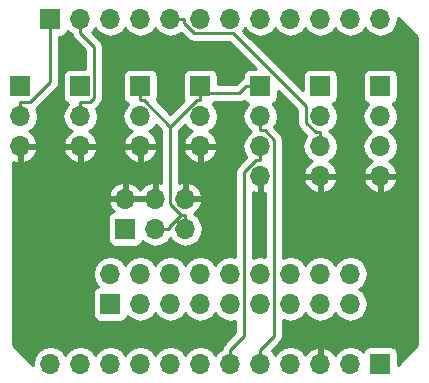
<source format=gbl>
G04 #@! TF.FileFunction,Copper,L2,Bot,Signal*
%FSLAX46Y46*%
G04 Gerber Fmt 4.6, Leading zero omitted, Abs format (unit mm)*
G04 Created by KiCad (PCBNEW 4.0.7-e2-6376~60~ubuntu17.10.1) date Wed Nov 29 12:47:57 2017*
%MOMM*%
%LPD*%
G01*
G04 APERTURE LIST*
%ADD10C,0.100000*%
%ADD11R,1.700000X1.700000*%
%ADD12O,1.700000X1.700000*%
%ADD13C,0.250000*%
%ADD14C,0.254000*%
G04 APERTURE END LIST*
D10*
D11*
X148590000Y-91440000D03*
D12*
X151130000Y-91440000D03*
X153670000Y-91440000D03*
X156210000Y-91440000D03*
X158750000Y-91440000D03*
X161290000Y-91440000D03*
X163830000Y-91440000D03*
X166370000Y-91440000D03*
X168910000Y-91440000D03*
X171450000Y-91440000D03*
X173990000Y-91440000D03*
X176530000Y-91440000D03*
D11*
X176530000Y-120650000D03*
D12*
X173990000Y-120650000D03*
X171450000Y-120650000D03*
X168910000Y-120650000D03*
X166370000Y-120650000D03*
X163830000Y-120650000D03*
X161290000Y-120650000D03*
X158750000Y-120650000D03*
X156210000Y-120650000D03*
X153670000Y-120650000D03*
X151130000Y-120650000D03*
X148590000Y-120650000D03*
D11*
X176530000Y-97155000D03*
D12*
X176530000Y-99695000D03*
X176530000Y-102235000D03*
X176530000Y-104775000D03*
D11*
X161290000Y-97155000D03*
D12*
X161290000Y-99695000D03*
X161290000Y-102235000D03*
D11*
X156210000Y-97155000D03*
D12*
X156210000Y-99695000D03*
X156210000Y-102235000D03*
D11*
X171450000Y-97155000D03*
D12*
X171450000Y-99695000D03*
X171450000Y-102235000D03*
X171450000Y-104775000D03*
D11*
X166370000Y-97155000D03*
D12*
X166370000Y-99695000D03*
X166370000Y-102235000D03*
X166370000Y-104775000D03*
D11*
X146050000Y-97155000D03*
D12*
X146050000Y-99695000D03*
X146050000Y-102235000D03*
D11*
X151130000Y-97155000D03*
D12*
X151130000Y-99695000D03*
X151130000Y-102235000D03*
D11*
X154940000Y-109220000D03*
D12*
X154940000Y-106680000D03*
X157480000Y-109220000D03*
X157480000Y-106680000D03*
X160020000Y-109220000D03*
X160020000Y-106680000D03*
D11*
X153670000Y-115570000D03*
D12*
X153670000Y-113030000D03*
X156210000Y-115570000D03*
X156210000Y-113030000D03*
X158750000Y-115570000D03*
X158750000Y-113030000D03*
X161290000Y-115570000D03*
X161290000Y-113030000D03*
X163830000Y-115570000D03*
X163830000Y-113030000D03*
X166370000Y-115570000D03*
X166370000Y-113030000D03*
X168910000Y-115570000D03*
X168910000Y-113030000D03*
X171450000Y-115570000D03*
X171450000Y-113030000D03*
X173990000Y-115570000D03*
X173990000Y-113030000D03*
D13*
X160020000Y-109220000D02*
X160020000Y-108044700D01*
X156210000Y-97155000D02*
X156210000Y-98330300D01*
X156507600Y-98330300D02*
X156210000Y-98330300D01*
X158750000Y-100572700D02*
X156507600Y-98330300D01*
X160992400Y-98330300D02*
X161290000Y-98330300D01*
X158750000Y-100572700D02*
X160992400Y-98330300D01*
X161290000Y-97155000D02*
X161290000Y-97742600D01*
X161290000Y-97742600D02*
X161290000Y-98330300D01*
X164607100Y-97742600D02*
X165194700Y-97155000D01*
X161290000Y-97742600D02*
X164607100Y-97742600D01*
X166370000Y-97155000D02*
X165194700Y-97155000D01*
X157480000Y-109220000D02*
X158655300Y-109220000D01*
X158655300Y-109042000D02*
X158655300Y-109220000D01*
X159652600Y-108044700D02*
X158655300Y-109042000D01*
X160020000Y-108044700D02*
X159652600Y-108044700D01*
X158750000Y-107142100D02*
X158750000Y-100572700D01*
X159652600Y-108044700D02*
X158750000Y-107142100D01*
X152305300Y-93790600D02*
X151130000Y-92615300D01*
X152305300Y-98152400D02*
X152305300Y-93790600D01*
X151938000Y-98519700D02*
X152305300Y-98152400D01*
X151130000Y-98519700D02*
X151938000Y-98519700D01*
X151130000Y-99695000D02*
X151130000Y-98519700D01*
X151130000Y-91440000D02*
X151130000Y-92615300D01*
X148590000Y-96787700D02*
X148590000Y-91440000D01*
X146858000Y-98519700D02*
X148590000Y-96787700D01*
X146050000Y-98519700D02*
X146858000Y-98519700D01*
X146050000Y-99695000D02*
X146050000Y-98519700D01*
X159925300Y-91807400D02*
X159925300Y-91440000D01*
X160733200Y-92615300D02*
X159925300Y-91807400D01*
X164038100Y-92615300D02*
X160733200Y-92615300D01*
X170274700Y-98851900D02*
X164038100Y-92615300D01*
X170274700Y-100251800D02*
X170274700Y-98851900D01*
X171082600Y-101059700D02*
X170274700Y-100251800D01*
X171450000Y-101059700D02*
X171082600Y-101059700D01*
X171450000Y-102235000D02*
X171450000Y-101059700D01*
X158750000Y-91440000D02*
X159925300Y-91440000D01*
X167545300Y-118299400D02*
X166370000Y-119474700D01*
X167545300Y-101678300D02*
X167545300Y-118299400D01*
X166737300Y-100870300D02*
X167545300Y-101678300D01*
X166370000Y-100870300D02*
X166737300Y-100870300D01*
X166370000Y-99695000D02*
X166370000Y-100870300D01*
X166370000Y-120650000D02*
X166370000Y-119474700D01*
X165005300Y-118299400D02*
X163830000Y-119474700D01*
X165005300Y-104407600D02*
X165005300Y-118299400D01*
X166002600Y-103410300D02*
X165005300Y-104407600D01*
X166370000Y-103410300D02*
X166002600Y-103410300D01*
X166370000Y-102235000D02*
X166370000Y-103410300D01*
X163830000Y-120650000D02*
X163830000Y-119474700D01*
D14*
G36*
X179655000Y-92993736D02*
X179655000Y-119096264D01*
X178027440Y-120723824D01*
X178027440Y-119800000D01*
X177983162Y-119564683D01*
X177844090Y-119348559D01*
X177631890Y-119203569D01*
X177380000Y-119152560D01*
X175680000Y-119152560D01*
X175444683Y-119196838D01*
X175228559Y-119335910D01*
X175083569Y-119548110D01*
X175069914Y-119615541D01*
X175040054Y-119570853D01*
X174558285Y-119248946D01*
X173990000Y-119135907D01*
X173421715Y-119248946D01*
X172939946Y-119570853D01*
X172712298Y-119911553D01*
X172645183Y-119768642D01*
X172216924Y-119378355D01*
X171806890Y-119208524D01*
X171577000Y-119329845D01*
X171577000Y-120523000D01*
X171597000Y-120523000D01*
X171597000Y-120777000D01*
X171577000Y-120777000D01*
X171577000Y-120797000D01*
X171323000Y-120797000D01*
X171323000Y-120777000D01*
X171303000Y-120777000D01*
X171303000Y-120523000D01*
X171323000Y-120523000D01*
X171323000Y-119329845D01*
X171093110Y-119208524D01*
X170683076Y-119378355D01*
X170254817Y-119768642D01*
X170187702Y-119911553D01*
X169960054Y-119570853D01*
X169478285Y-119248946D01*
X168910000Y-119135907D01*
X168341715Y-119248946D01*
X167859946Y-119570853D01*
X167640000Y-119900026D01*
X167420054Y-119570853D01*
X167377250Y-119542252D01*
X168082701Y-118836801D01*
X168247448Y-118590240D01*
X168305300Y-118299400D01*
X168305300Y-116946722D01*
X168341715Y-116971054D01*
X168910000Y-117084093D01*
X169478285Y-116971054D01*
X169960054Y-116649147D01*
X170180000Y-116319974D01*
X170399946Y-116649147D01*
X170881715Y-116971054D01*
X171450000Y-117084093D01*
X172018285Y-116971054D01*
X172500054Y-116649147D01*
X172720000Y-116319974D01*
X172939946Y-116649147D01*
X173421715Y-116971054D01*
X173990000Y-117084093D01*
X174558285Y-116971054D01*
X175040054Y-116649147D01*
X175361961Y-116167378D01*
X175475000Y-115599093D01*
X175475000Y-115540907D01*
X175361961Y-114972622D01*
X175040054Y-114490853D01*
X174754422Y-114300000D01*
X175040054Y-114109147D01*
X175361961Y-113627378D01*
X175475000Y-113059093D01*
X175475000Y-113000907D01*
X175361961Y-112432622D01*
X175040054Y-111950853D01*
X174558285Y-111628946D01*
X173990000Y-111515907D01*
X173421715Y-111628946D01*
X172939946Y-111950853D01*
X172720000Y-112280026D01*
X172500054Y-111950853D01*
X172018285Y-111628946D01*
X171450000Y-111515907D01*
X170881715Y-111628946D01*
X170399946Y-111950853D01*
X170180000Y-112280026D01*
X169960054Y-111950853D01*
X169478285Y-111628946D01*
X168910000Y-111515907D01*
X168341715Y-111628946D01*
X168305300Y-111653278D01*
X168305300Y-105131890D01*
X170008524Y-105131890D01*
X170178355Y-105541924D01*
X170568642Y-105970183D01*
X171093108Y-106216486D01*
X171323000Y-106095819D01*
X171323000Y-104902000D01*
X171577000Y-104902000D01*
X171577000Y-106095819D01*
X171806892Y-106216486D01*
X172331358Y-105970183D01*
X172721645Y-105541924D01*
X172891476Y-105131890D01*
X175088524Y-105131890D01*
X175258355Y-105541924D01*
X175648642Y-105970183D01*
X176173108Y-106216486D01*
X176403000Y-106095819D01*
X176403000Y-104902000D01*
X176657000Y-104902000D01*
X176657000Y-106095819D01*
X176886892Y-106216486D01*
X177411358Y-105970183D01*
X177801645Y-105541924D01*
X177971476Y-105131890D01*
X177850155Y-104902000D01*
X176657000Y-104902000D01*
X176403000Y-104902000D01*
X175209845Y-104902000D01*
X175088524Y-105131890D01*
X172891476Y-105131890D01*
X172770155Y-104902000D01*
X171577000Y-104902000D01*
X171323000Y-104902000D01*
X170129845Y-104902000D01*
X170008524Y-105131890D01*
X168305300Y-105131890D01*
X168305300Y-101678300D01*
X168247448Y-101387461D01*
X168082701Y-101140899D01*
X167544360Y-100602558D01*
X167771054Y-100263285D01*
X167884093Y-99695000D01*
X167771054Y-99126715D01*
X167449147Y-98644946D01*
X167407548Y-98617150D01*
X167455317Y-98608162D01*
X167671441Y-98469090D01*
X167816431Y-98256890D01*
X167867440Y-98005000D01*
X167867440Y-97519442D01*
X169514700Y-99166702D01*
X169514700Y-100251800D01*
X169572552Y-100542639D01*
X169737299Y-100789201D01*
X170275600Y-101327502D01*
X170048946Y-101666715D01*
X169935907Y-102235000D01*
X170048946Y-102803285D01*
X170370853Y-103285054D01*
X170711553Y-103512702D01*
X170568642Y-103579817D01*
X170178355Y-104008076D01*
X170008524Y-104418110D01*
X170129845Y-104648000D01*
X171323000Y-104648000D01*
X171323000Y-104628000D01*
X171577000Y-104628000D01*
X171577000Y-104648000D01*
X172770155Y-104648000D01*
X172891476Y-104418110D01*
X172721645Y-104008076D01*
X172331358Y-103579817D01*
X172188447Y-103512702D01*
X172529147Y-103285054D01*
X172851054Y-102803285D01*
X172964093Y-102235000D01*
X172851054Y-101666715D01*
X172529147Y-101184946D01*
X172199974Y-100965000D01*
X172529147Y-100745054D01*
X172851054Y-100263285D01*
X172964093Y-99695000D01*
X175015907Y-99695000D01*
X175128946Y-100263285D01*
X175450853Y-100745054D01*
X175780026Y-100965000D01*
X175450853Y-101184946D01*
X175128946Y-101666715D01*
X175015907Y-102235000D01*
X175128946Y-102803285D01*
X175450853Y-103285054D01*
X175791553Y-103512702D01*
X175648642Y-103579817D01*
X175258355Y-104008076D01*
X175088524Y-104418110D01*
X175209845Y-104648000D01*
X176403000Y-104648000D01*
X176403000Y-104628000D01*
X176657000Y-104628000D01*
X176657000Y-104648000D01*
X177850155Y-104648000D01*
X177971476Y-104418110D01*
X177801645Y-104008076D01*
X177411358Y-103579817D01*
X177268447Y-103512702D01*
X177609147Y-103285054D01*
X177931054Y-102803285D01*
X178044093Y-102235000D01*
X177931054Y-101666715D01*
X177609147Y-101184946D01*
X177279974Y-100965000D01*
X177609147Y-100745054D01*
X177931054Y-100263285D01*
X178044093Y-99695000D01*
X177931054Y-99126715D01*
X177609147Y-98644946D01*
X177567548Y-98617150D01*
X177615317Y-98608162D01*
X177831441Y-98469090D01*
X177976431Y-98256890D01*
X178027440Y-98005000D01*
X178027440Y-96305000D01*
X177983162Y-96069683D01*
X177844090Y-95853559D01*
X177631890Y-95708569D01*
X177380000Y-95657560D01*
X175680000Y-95657560D01*
X175444683Y-95701838D01*
X175228559Y-95840910D01*
X175083569Y-96053110D01*
X175032560Y-96305000D01*
X175032560Y-98005000D01*
X175076838Y-98240317D01*
X175215910Y-98456441D01*
X175428110Y-98601431D01*
X175495541Y-98615086D01*
X175450853Y-98644946D01*
X175128946Y-99126715D01*
X175015907Y-99695000D01*
X172964093Y-99695000D01*
X172851054Y-99126715D01*
X172529147Y-98644946D01*
X172487548Y-98617150D01*
X172535317Y-98608162D01*
X172751441Y-98469090D01*
X172896431Y-98256890D01*
X172947440Y-98005000D01*
X172947440Y-96305000D01*
X172903162Y-96069683D01*
X172764090Y-95853559D01*
X172551890Y-95708569D01*
X172300000Y-95657560D01*
X170600000Y-95657560D01*
X170364683Y-95701838D01*
X170148559Y-95840910D01*
X170003569Y-96053110D01*
X169952560Y-96305000D01*
X169952560Y-97454958D01*
X164934806Y-92437204D01*
X165100000Y-92189974D01*
X165319946Y-92519147D01*
X165801715Y-92841054D01*
X166370000Y-92954093D01*
X166938285Y-92841054D01*
X167420054Y-92519147D01*
X167640000Y-92189974D01*
X167859946Y-92519147D01*
X168341715Y-92841054D01*
X168910000Y-92954093D01*
X169478285Y-92841054D01*
X169960054Y-92519147D01*
X170180000Y-92189974D01*
X170399946Y-92519147D01*
X170881715Y-92841054D01*
X171450000Y-92954093D01*
X172018285Y-92841054D01*
X172500054Y-92519147D01*
X172720000Y-92189974D01*
X172939946Y-92519147D01*
X173421715Y-92841054D01*
X173990000Y-92954093D01*
X174558285Y-92841054D01*
X175040054Y-92519147D01*
X175260000Y-92189974D01*
X175479946Y-92519147D01*
X175961715Y-92841054D01*
X176530000Y-92954093D01*
X177098285Y-92841054D01*
X177580054Y-92519147D01*
X177901961Y-92037378D01*
X178015000Y-91469093D01*
X178015000Y-91410907D01*
X178000804Y-91339540D01*
X179655000Y-92993736D01*
X179655000Y-92993736D01*
G37*
X179655000Y-92993736D02*
X179655000Y-119096264D01*
X178027440Y-120723824D01*
X178027440Y-119800000D01*
X177983162Y-119564683D01*
X177844090Y-119348559D01*
X177631890Y-119203569D01*
X177380000Y-119152560D01*
X175680000Y-119152560D01*
X175444683Y-119196838D01*
X175228559Y-119335910D01*
X175083569Y-119548110D01*
X175069914Y-119615541D01*
X175040054Y-119570853D01*
X174558285Y-119248946D01*
X173990000Y-119135907D01*
X173421715Y-119248946D01*
X172939946Y-119570853D01*
X172712298Y-119911553D01*
X172645183Y-119768642D01*
X172216924Y-119378355D01*
X171806890Y-119208524D01*
X171577000Y-119329845D01*
X171577000Y-120523000D01*
X171597000Y-120523000D01*
X171597000Y-120777000D01*
X171577000Y-120777000D01*
X171577000Y-120797000D01*
X171323000Y-120797000D01*
X171323000Y-120777000D01*
X171303000Y-120777000D01*
X171303000Y-120523000D01*
X171323000Y-120523000D01*
X171323000Y-119329845D01*
X171093110Y-119208524D01*
X170683076Y-119378355D01*
X170254817Y-119768642D01*
X170187702Y-119911553D01*
X169960054Y-119570853D01*
X169478285Y-119248946D01*
X168910000Y-119135907D01*
X168341715Y-119248946D01*
X167859946Y-119570853D01*
X167640000Y-119900026D01*
X167420054Y-119570853D01*
X167377250Y-119542252D01*
X168082701Y-118836801D01*
X168247448Y-118590240D01*
X168305300Y-118299400D01*
X168305300Y-116946722D01*
X168341715Y-116971054D01*
X168910000Y-117084093D01*
X169478285Y-116971054D01*
X169960054Y-116649147D01*
X170180000Y-116319974D01*
X170399946Y-116649147D01*
X170881715Y-116971054D01*
X171450000Y-117084093D01*
X172018285Y-116971054D01*
X172500054Y-116649147D01*
X172720000Y-116319974D01*
X172939946Y-116649147D01*
X173421715Y-116971054D01*
X173990000Y-117084093D01*
X174558285Y-116971054D01*
X175040054Y-116649147D01*
X175361961Y-116167378D01*
X175475000Y-115599093D01*
X175475000Y-115540907D01*
X175361961Y-114972622D01*
X175040054Y-114490853D01*
X174754422Y-114300000D01*
X175040054Y-114109147D01*
X175361961Y-113627378D01*
X175475000Y-113059093D01*
X175475000Y-113000907D01*
X175361961Y-112432622D01*
X175040054Y-111950853D01*
X174558285Y-111628946D01*
X173990000Y-111515907D01*
X173421715Y-111628946D01*
X172939946Y-111950853D01*
X172720000Y-112280026D01*
X172500054Y-111950853D01*
X172018285Y-111628946D01*
X171450000Y-111515907D01*
X170881715Y-111628946D01*
X170399946Y-111950853D01*
X170180000Y-112280026D01*
X169960054Y-111950853D01*
X169478285Y-111628946D01*
X168910000Y-111515907D01*
X168341715Y-111628946D01*
X168305300Y-111653278D01*
X168305300Y-105131890D01*
X170008524Y-105131890D01*
X170178355Y-105541924D01*
X170568642Y-105970183D01*
X171093108Y-106216486D01*
X171323000Y-106095819D01*
X171323000Y-104902000D01*
X171577000Y-104902000D01*
X171577000Y-106095819D01*
X171806892Y-106216486D01*
X172331358Y-105970183D01*
X172721645Y-105541924D01*
X172891476Y-105131890D01*
X175088524Y-105131890D01*
X175258355Y-105541924D01*
X175648642Y-105970183D01*
X176173108Y-106216486D01*
X176403000Y-106095819D01*
X176403000Y-104902000D01*
X176657000Y-104902000D01*
X176657000Y-106095819D01*
X176886892Y-106216486D01*
X177411358Y-105970183D01*
X177801645Y-105541924D01*
X177971476Y-105131890D01*
X177850155Y-104902000D01*
X176657000Y-104902000D01*
X176403000Y-104902000D01*
X175209845Y-104902000D01*
X175088524Y-105131890D01*
X172891476Y-105131890D01*
X172770155Y-104902000D01*
X171577000Y-104902000D01*
X171323000Y-104902000D01*
X170129845Y-104902000D01*
X170008524Y-105131890D01*
X168305300Y-105131890D01*
X168305300Y-101678300D01*
X168247448Y-101387461D01*
X168082701Y-101140899D01*
X167544360Y-100602558D01*
X167771054Y-100263285D01*
X167884093Y-99695000D01*
X167771054Y-99126715D01*
X167449147Y-98644946D01*
X167407548Y-98617150D01*
X167455317Y-98608162D01*
X167671441Y-98469090D01*
X167816431Y-98256890D01*
X167867440Y-98005000D01*
X167867440Y-97519442D01*
X169514700Y-99166702D01*
X169514700Y-100251800D01*
X169572552Y-100542639D01*
X169737299Y-100789201D01*
X170275600Y-101327502D01*
X170048946Y-101666715D01*
X169935907Y-102235000D01*
X170048946Y-102803285D01*
X170370853Y-103285054D01*
X170711553Y-103512702D01*
X170568642Y-103579817D01*
X170178355Y-104008076D01*
X170008524Y-104418110D01*
X170129845Y-104648000D01*
X171323000Y-104648000D01*
X171323000Y-104628000D01*
X171577000Y-104628000D01*
X171577000Y-104648000D01*
X172770155Y-104648000D01*
X172891476Y-104418110D01*
X172721645Y-104008076D01*
X172331358Y-103579817D01*
X172188447Y-103512702D01*
X172529147Y-103285054D01*
X172851054Y-102803285D01*
X172964093Y-102235000D01*
X172851054Y-101666715D01*
X172529147Y-101184946D01*
X172199974Y-100965000D01*
X172529147Y-100745054D01*
X172851054Y-100263285D01*
X172964093Y-99695000D01*
X175015907Y-99695000D01*
X175128946Y-100263285D01*
X175450853Y-100745054D01*
X175780026Y-100965000D01*
X175450853Y-101184946D01*
X175128946Y-101666715D01*
X175015907Y-102235000D01*
X175128946Y-102803285D01*
X175450853Y-103285054D01*
X175791553Y-103512702D01*
X175648642Y-103579817D01*
X175258355Y-104008076D01*
X175088524Y-104418110D01*
X175209845Y-104648000D01*
X176403000Y-104648000D01*
X176403000Y-104628000D01*
X176657000Y-104628000D01*
X176657000Y-104648000D01*
X177850155Y-104648000D01*
X177971476Y-104418110D01*
X177801645Y-104008076D01*
X177411358Y-103579817D01*
X177268447Y-103512702D01*
X177609147Y-103285054D01*
X177931054Y-102803285D01*
X178044093Y-102235000D01*
X177931054Y-101666715D01*
X177609147Y-101184946D01*
X177279974Y-100965000D01*
X177609147Y-100745054D01*
X177931054Y-100263285D01*
X178044093Y-99695000D01*
X177931054Y-99126715D01*
X177609147Y-98644946D01*
X177567548Y-98617150D01*
X177615317Y-98608162D01*
X177831441Y-98469090D01*
X177976431Y-98256890D01*
X178027440Y-98005000D01*
X178027440Y-96305000D01*
X177983162Y-96069683D01*
X177844090Y-95853559D01*
X177631890Y-95708569D01*
X177380000Y-95657560D01*
X175680000Y-95657560D01*
X175444683Y-95701838D01*
X175228559Y-95840910D01*
X175083569Y-96053110D01*
X175032560Y-96305000D01*
X175032560Y-98005000D01*
X175076838Y-98240317D01*
X175215910Y-98456441D01*
X175428110Y-98601431D01*
X175495541Y-98615086D01*
X175450853Y-98644946D01*
X175128946Y-99126715D01*
X175015907Y-99695000D01*
X172964093Y-99695000D01*
X172851054Y-99126715D01*
X172529147Y-98644946D01*
X172487548Y-98617150D01*
X172535317Y-98608162D01*
X172751441Y-98469090D01*
X172896431Y-98256890D01*
X172947440Y-98005000D01*
X172947440Y-96305000D01*
X172903162Y-96069683D01*
X172764090Y-95853559D01*
X172551890Y-95708569D01*
X172300000Y-95657560D01*
X170600000Y-95657560D01*
X170364683Y-95701838D01*
X170148559Y-95840910D01*
X170003569Y-96053110D01*
X169952560Y-96305000D01*
X169952560Y-97454958D01*
X164934806Y-92437204D01*
X165100000Y-92189974D01*
X165319946Y-92519147D01*
X165801715Y-92841054D01*
X166370000Y-92954093D01*
X166938285Y-92841054D01*
X167420054Y-92519147D01*
X167640000Y-92189974D01*
X167859946Y-92519147D01*
X168341715Y-92841054D01*
X168910000Y-92954093D01*
X169478285Y-92841054D01*
X169960054Y-92519147D01*
X170180000Y-92189974D01*
X170399946Y-92519147D01*
X170881715Y-92841054D01*
X171450000Y-92954093D01*
X172018285Y-92841054D01*
X172500054Y-92519147D01*
X172720000Y-92189974D01*
X172939946Y-92519147D01*
X173421715Y-92841054D01*
X173990000Y-92954093D01*
X174558285Y-92841054D01*
X175040054Y-92519147D01*
X175260000Y-92189974D01*
X175479946Y-92519147D01*
X175961715Y-92841054D01*
X176530000Y-92954093D01*
X177098285Y-92841054D01*
X177580054Y-92519147D01*
X177901961Y-92037378D01*
X178015000Y-91469093D01*
X178015000Y-91410907D01*
X178000804Y-91339540D01*
X179655000Y-92993736D01*
G36*
X157699946Y-92519147D02*
X158181715Y-92841054D01*
X158750000Y-92954093D01*
X159318285Y-92841054D01*
X159657498Y-92614400D01*
X160195799Y-93152701D01*
X160442361Y-93317448D01*
X160733200Y-93375300D01*
X163723298Y-93375300D01*
X166005558Y-95657560D01*
X165520000Y-95657560D01*
X165284683Y-95701838D01*
X165068559Y-95840910D01*
X164923569Y-96053110D01*
X164872560Y-96305000D01*
X164872560Y-96473767D01*
X164657299Y-96617599D01*
X164292298Y-96982600D01*
X162787440Y-96982600D01*
X162787440Y-96305000D01*
X162743162Y-96069683D01*
X162604090Y-95853559D01*
X162391890Y-95708569D01*
X162140000Y-95657560D01*
X160440000Y-95657560D01*
X160204683Y-95701838D01*
X159988559Y-95840910D01*
X159843569Y-96053110D01*
X159792560Y-96305000D01*
X159792560Y-98005000D01*
X159836838Y-98240317D01*
X159903690Y-98344208D01*
X158750000Y-99497897D01*
X157596583Y-98344481D01*
X157656431Y-98256890D01*
X157707440Y-98005000D01*
X157707440Y-96305000D01*
X157663162Y-96069683D01*
X157524090Y-95853559D01*
X157311890Y-95708569D01*
X157060000Y-95657560D01*
X155360000Y-95657560D01*
X155124683Y-95701838D01*
X154908559Y-95840910D01*
X154763569Y-96053110D01*
X154712560Y-96305000D01*
X154712560Y-98005000D01*
X154756838Y-98240317D01*
X154895910Y-98456441D01*
X155108110Y-98601431D01*
X155175541Y-98615086D01*
X155130853Y-98644946D01*
X154808946Y-99126715D01*
X154695907Y-99695000D01*
X154808946Y-100263285D01*
X155130853Y-100745054D01*
X155471553Y-100972702D01*
X155328642Y-101039817D01*
X154938355Y-101468076D01*
X154768524Y-101878110D01*
X154889845Y-102108000D01*
X156083000Y-102108000D01*
X156083000Y-102088000D01*
X156337000Y-102088000D01*
X156337000Y-102108000D01*
X157530155Y-102108000D01*
X157651476Y-101878110D01*
X157481645Y-101468076D01*
X157091358Y-101039817D01*
X156948447Y-100972702D01*
X157289147Y-100745054D01*
X157512812Y-100410315D01*
X157990000Y-100887503D01*
X157990000Y-105301940D01*
X157836890Y-105238524D01*
X157607000Y-105359845D01*
X157607000Y-106553000D01*
X157627000Y-106553000D01*
X157627000Y-106807000D01*
X157607000Y-106807000D01*
X157607000Y-106827000D01*
X157353000Y-106827000D01*
X157353000Y-106807000D01*
X155067000Y-106807000D01*
X155067000Y-106827000D01*
X154813000Y-106827000D01*
X154813000Y-106807000D01*
X153619181Y-106807000D01*
X153498514Y-107036892D01*
X153744817Y-107561358D01*
X153950504Y-107748808D01*
X153854683Y-107766838D01*
X153638559Y-107905910D01*
X153493569Y-108118110D01*
X153442560Y-108370000D01*
X153442560Y-110070000D01*
X153486838Y-110305317D01*
X153625910Y-110521441D01*
X153838110Y-110666431D01*
X154090000Y-110717440D01*
X155790000Y-110717440D01*
X156025317Y-110673162D01*
X156241441Y-110534090D01*
X156386431Y-110321890D01*
X156400086Y-110254459D01*
X156429946Y-110299147D01*
X156911715Y-110621054D01*
X157480000Y-110734093D01*
X158048285Y-110621054D01*
X158530054Y-110299147D01*
X158750000Y-109969974D01*
X158969946Y-110299147D01*
X159451715Y-110621054D01*
X160020000Y-110734093D01*
X160588285Y-110621054D01*
X161070054Y-110299147D01*
X161391961Y-109817378D01*
X161505000Y-109249093D01*
X161505000Y-109190907D01*
X161391961Y-108622622D01*
X161070054Y-108140853D01*
X160786899Y-107951655D01*
X160786924Y-107951645D01*
X161215183Y-107561358D01*
X161461486Y-107036892D01*
X161340819Y-106807000D01*
X160147000Y-106807000D01*
X160147000Y-106827000D01*
X159893000Y-106827000D01*
X159893000Y-106807000D01*
X159873000Y-106807000D01*
X159873000Y-106553000D01*
X159893000Y-106553000D01*
X159893000Y-105359845D01*
X160147000Y-105359845D01*
X160147000Y-106553000D01*
X161340819Y-106553000D01*
X161461486Y-106323108D01*
X161215183Y-105798642D01*
X160786924Y-105408355D01*
X160376890Y-105238524D01*
X160147000Y-105359845D01*
X159893000Y-105359845D01*
X159663110Y-105238524D01*
X159510000Y-105301940D01*
X159510000Y-102591890D01*
X159848524Y-102591890D01*
X160018355Y-103001924D01*
X160408642Y-103430183D01*
X160933108Y-103676486D01*
X161163000Y-103555819D01*
X161163000Y-102362000D01*
X161417000Y-102362000D01*
X161417000Y-103555819D01*
X161646892Y-103676486D01*
X162171358Y-103430183D01*
X162561645Y-103001924D01*
X162731476Y-102591890D01*
X162610155Y-102362000D01*
X161417000Y-102362000D01*
X161163000Y-102362000D01*
X159969845Y-102362000D01*
X159848524Y-102591890D01*
X159510000Y-102591890D01*
X159510000Y-100887502D01*
X159987188Y-100410315D01*
X160210853Y-100745054D01*
X160551553Y-100972702D01*
X160408642Y-101039817D01*
X160018355Y-101468076D01*
X159848524Y-101878110D01*
X159969845Y-102108000D01*
X161163000Y-102108000D01*
X161163000Y-102088000D01*
X161417000Y-102088000D01*
X161417000Y-102108000D01*
X162610155Y-102108000D01*
X162731476Y-101878110D01*
X162561645Y-101468076D01*
X162171358Y-101039817D01*
X162028447Y-100972702D01*
X162369147Y-100745054D01*
X162691054Y-100263285D01*
X162804093Y-99695000D01*
X162691054Y-99126715D01*
X162369147Y-98644946D01*
X162327548Y-98617150D01*
X162375317Y-98608162D01*
X162539365Y-98502600D01*
X164607100Y-98502600D01*
X164897939Y-98444748D01*
X165003149Y-98374449D01*
X165055910Y-98456441D01*
X165268110Y-98601431D01*
X165335541Y-98615086D01*
X165290853Y-98644946D01*
X164968946Y-99126715D01*
X164855907Y-99695000D01*
X164968946Y-100263285D01*
X165290853Y-100745054D01*
X165620026Y-100965000D01*
X165290853Y-101184946D01*
X164968946Y-101666715D01*
X164855907Y-102235000D01*
X164968946Y-102803285D01*
X165195600Y-103142498D01*
X164467899Y-103870199D01*
X164303152Y-104116761D01*
X164245300Y-104407600D01*
X164245300Y-111598515D01*
X163830000Y-111515907D01*
X163261715Y-111628946D01*
X162779946Y-111950853D01*
X162560000Y-112280026D01*
X162340054Y-111950853D01*
X161858285Y-111628946D01*
X161290000Y-111515907D01*
X160721715Y-111628946D01*
X160239946Y-111950853D01*
X160020000Y-112280026D01*
X159800054Y-111950853D01*
X159318285Y-111628946D01*
X158750000Y-111515907D01*
X158181715Y-111628946D01*
X157699946Y-111950853D01*
X157480000Y-112280026D01*
X157260054Y-111950853D01*
X156778285Y-111628946D01*
X156210000Y-111515907D01*
X155641715Y-111628946D01*
X155159946Y-111950853D01*
X154940000Y-112280026D01*
X154720054Y-111950853D01*
X154238285Y-111628946D01*
X153670000Y-111515907D01*
X153101715Y-111628946D01*
X152619946Y-111950853D01*
X152298039Y-112432622D01*
X152185000Y-113000907D01*
X152185000Y-113059093D01*
X152298039Y-113627378D01*
X152619946Y-114109147D01*
X152621179Y-114109971D01*
X152584683Y-114116838D01*
X152368559Y-114255910D01*
X152223569Y-114468110D01*
X152172560Y-114720000D01*
X152172560Y-116420000D01*
X152216838Y-116655317D01*
X152355910Y-116871441D01*
X152568110Y-117016431D01*
X152820000Y-117067440D01*
X154520000Y-117067440D01*
X154755317Y-117023162D01*
X154971441Y-116884090D01*
X155116431Y-116671890D01*
X155130086Y-116604459D01*
X155159946Y-116649147D01*
X155641715Y-116971054D01*
X156210000Y-117084093D01*
X156778285Y-116971054D01*
X157260054Y-116649147D01*
X157480000Y-116319974D01*
X157699946Y-116649147D01*
X158181715Y-116971054D01*
X158750000Y-117084093D01*
X159318285Y-116971054D01*
X159800054Y-116649147D01*
X160020000Y-116319974D01*
X160239946Y-116649147D01*
X160721715Y-116971054D01*
X161290000Y-117084093D01*
X161858285Y-116971054D01*
X162340054Y-116649147D01*
X162560000Y-116319974D01*
X162779946Y-116649147D01*
X163261715Y-116971054D01*
X163830000Y-117084093D01*
X164245300Y-117001485D01*
X164245300Y-117984598D01*
X163292599Y-118937299D01*
X163127852Y-119183861D01*
X163092402Y-119362077D01*
X162779946Y-119570853D01*
X162560000Y-119900026D01*
X162340054Y-119570853D01*
X161858285Y-119248946D01*
X161290000Y-119135907D01*
X160721715Y-119248946D01*
X160239946Y-119570853D01*
X160020000Y-119900026D01*
X159800054Y-119570853D01*
X159318285Y-119248946D01*
X158750000Y-119135907D01*
X158181715Y-119248946D01*
X157699946Y-119570853D01*
X157480000Y-119900026D01*
X157260054Y-119570853D01*
X156778285Y-119248946D01*
X156210000Y-119135907D01*
X155641715Y-119248946D01*
X155159946Y-119570853D01*
X154940000Y-119900026D01*
X154720054Y-119570853D01*
X154238285Y-119248946D01*
X153670000Y-119135907D01*
X153101715Y-119248946D01*
X152619946Y-119570853D01*
X152400000Y-119900026D01*
X152180054Y-119570853D01*
X151698285Y-119248946D01*
X151130000Y-119135907D01*
X150561715Y-119248946D01*
X150079946Y-119570853D01*
X149860000Y-119900026D01*
X149640054Y-119570853D01*
X149158285Y-119248946D01*
X148590000Y-119135907D01*
X148021715Y-119248946D01*
X147539946Y-119570853D01*
X147218039Y-120052622D01*
X147105000Y-120620907D01*
X147105000Y-120679093D01*
X147119196Y-120750460D01*
X145465000Y-119096264D01*
X145465000Y-106323108D01*
X153498514Y-106323108D01*
X153619181Y-106553000D01*
X154813000Y-106553000D01*
X154813000Y-105359845D01*
X155067000Y-105359845D01*
X155067000Y-106553000D01*
X157353000Y-106553000D01*
X157353000Y-105359845D01*
X157123110Y-105238524D01*
X156713076Y-105408355D01*
X156284817Y-105798642D01*
X156210000Y-105957954D01*
X156135183Y-105798642D01*
X155706924Y-105408355D01*
X155296890Y-105238524D01*
X155067000Y-105359845D01*
X154813000Y-105359845D01*
X154583110Y-105238524D01*
X154173076Y-105408355D01*
X153744817Y-105798642D01*
X153498514Y-106323108D01*
X145465000Y-106323108D01*
X145465000Y-103569360D01*
X145693108Y-103676486D01*
X145923000Y-103555819D01*
X145923000Y-102362000D01*
X146177000Y-102362000D01*
X146177000Y-103555819D01*
X146406892Y-103676486D01*
X146931358Y-103430183D01*
X147321645Y-103001924D01*
X147491476Y-102591890D01*
X149688524Y-102591890D01*
X149858355Y-103001924D01*
X150248642Y-103430183D01*
X150773108Y-103676486D01*
X151003000Y-103555819D01*
X151003000Y-102362000D01*
X151257000Y-102362000D01*
X151257000Y-103555819D01*
X151486892Y-103676486D01*
X152011358Y-103430183D01*
X152401645Y-103001924D01*
X152571476Y-102591890D01*
X154768524Y-102591890D01*
X154938355Y-103001924D01*
X155328642Y-103430183D01*
X155853108Y-103676486D01*
X156083000Y-103555819D01*
X156083000Y-102362000D01*
X156337000Y-102362000D01*
X156337000Y-103555819D01*
X156566892Y-103676486D01*
X157091358Y-103430183D01*
X157481645Y-103001924D01*
X157651476Y-102591890D01*
X157530155Y-102362000D01*
X156337000Y-102362000D01*
X156083000Y-102362000D01*
X154889845Y-102362000D01*
X154768524Y-102591890D01*
X152571476Y-102591890D01*
X152450155Y-102362000D01*
X151257000Y-102362000D01*
X151003000Y-102362000D01*
X149809845Y-102362000D01*
X149688524Y-102591890D01*
X147491476Y-102591890D01*
X147370155Y-102362000D01*
X146177000Y-102362000D01*
X145923000Y-102362000D01*
X145903000Y-102362000D01*
X145903000Y-102108000D01*
X145923000Y-102108000D01*
X145923000Y-102088000D01*
X146177000Y-102088000D01*
X146177000Y-102108000D01*
X147370155Y-102108000D01*
X147491476Y-101878110D01*
X147321645Y-101468076D01*
X146931358Y-101039817D01*
X146788447Y-100972702D01*
X147129147Y-100745054D01*
X147451054Y-100263285D01*
X147564093Y-99695000D01*
X147451054Y-99126715D01*
X147400879Y-99051623D01*
X149127401Y-97325101D01*
X149292148Y-97078539D01*
X149350000Y-96787700D01*
X149350000Y-92937440D01*
X149440000Y-92937440D01*
X149675317Y-92893162D01*
X149891441Y-92754090D01*
X150036431Y-92541890D01*
X150050086Y-92474459D01*
X150079946Y-92519147D01*
X150392402Y-92727923D01*
X150427852Y-92906139D01*
X150592599Y-93152701D01*
X151545300Y-94105402D01*
X151545300Y-95657560D01*
X150280000Y-95657560D01*
X150044683Y-95701838D01*
X149828559Y-95840910D01*
X149683569Y-96053110D01*
X149632560Y-96305000D01*
X149632560Y-98005000D01*
X149676838Y-98240317D01*
X149815910Y-98456441D01*
X150028110Y-98601431D01*
X150095541Y-98615086D01*
X150050853Y-98644946D01*
X149728946Y-99126715D01*
X149615907Y-99695000D01*
X149728946Y-100263285D01*
X150050853Y-100745054D01*
X150391553Y-100972702D01*
X150248642Y-101039817D01*
X149858355Y-101468076D01*
X149688524Y-101878110D01*
X149809845Y-102108000D01*
X151003000Y-102108000D01*
X151003000Y-102088000D01*
X151257000Y-102088000D01*
X151257000Y-102108000D01*
X152450155Y-102108000D01*
X152571476Y-101878110D01*
X152401645Y-101468076D01*
X152011358Y-101039817D01*
X151868447Y-100972702D01*
X152209147Y-100745054D01*
X152531054Y-100263285D01*
X152644093Y-99695000D01*
X152531054Y-99126715D01*
X152480879Y-99051623D01*
X152842701Y-98689801D01*
X153007448Y-98443239D01*
X153065300Y-98152400D01*
X153065300Y-93790600D01*
X153007448Y-93499761D01*
X153007448Y-93499760D01*
X152842701Y-93253199D01*
X152137250Y-92547748D01*
X152180054Y-92519147D01*
X152400000Y-92189974D01*
X152619946Y-92519147D01*
X153101715Y-92841054D01*
X153670000Y-92954093D01*
X154238285Y-92841054D01*
X154720054Y-92519147D01*
X154940000Y-92189974D01*
X155159946Y-92519147D01*
X155641715Y-92841054D01*
X156210000Y-92954093D01*
X156778285Y-92841054D01*
X157260054Y-92519147D01*
X157480000Y-92189974D01*
X157699946Y-92519147D01*
X157699946Y-92519147D01*
G37*
X157699946Y-92519147D02*
X158181715Y-92841054D01*
X158750000Y-92954093D01*
X159318285Y-92841054D01*
X159657498Y-92614400D01*
X160195799Y-93152701D01*
X160442361Y-93317448D01*
X160733200Y-93375300D01*
X163723298Y-93375300D01*
X166005558Y-95657560D01*
X165520000Y-95657560D01*
X165284683Y-95701838D01*
X165068559Y-95840910D01*
X164923569Y-96053110D01*
X164872560Y-96305000D01*
X164872560Y-96473767D01*
X164657299Y-96617599D01*
X164292298Y-96982600D01*
X162787440Y-96982600D01*
X162787440Y-96305000D01*
X162743162Y-96069683D01*
X162604090Y-95853559D01*
X162391890Y-95708569D01*
X162140000Y-95657560D01*
X160440000Y-95657560D01*
X160204683Y-95701838D01*
X159988559Y-95840910D01*
X159843569Y-96053110D01*
X159792560Y-96305000D01*
X159792560Y-98005000D01*
X159836838Y-98240317D01*
X159903690Y-98344208D01*
X158750000Y-99497897D01*
X157596583Y-98344481D01*
X157656431Y-98256890D01*
X157707440Y-98005000D01*
X157707440Y-96305000D01*
X157663162Y-96069683D01*
X157524090Y-95853559D01*
X157311890Y-95708569D01*
X157060000Y-95657560D01*
X155360000Y-95657560D01*
X155124683Y-95701838D01*
X154908559Y-95840910D01*
X154763569Y-96053110D01*
X154712560Y-96305000D01*
X154712560Y-98005000D01*
X154756838Y-98240317D01*
X154895910Y-98456441D01*
X155108110Y-98601431D01*
X155175541Y-98615086D01*
X155130853Y-98644946D01*
X154808946Y-99126715D01*
X154695907Y-99695000D01*
X154808946Y-100263285D01*
X155130853Y-100745054D01*
X155471553Y-100972702D01*
X155328642Y-101039817D01*
X154938355Y-101468076D01*
X154768524Y-101878110D01*
X154889845Y-102108000D01*
X156083000Y-102108000D01*
X156083000Y-102088000D01*
X156337000Y-102088000D01*
X156337000Y-102108000D01*
X157530155Y-102108000D01*
X157651476Y-101878110D01*
X157481645Y-101468076D01*
X157091358Y-101039817D01*
X156948447Y-100972702D01*
X157289147Y-100745054D01*
X157512812Y-100410315D01*
X157990000Y-100887503D01*
X157990000Y-105301940D01*
X157836890Y-105238524D01*
X157607000Y-105359845D01*
X157607000Y-106553000D01*
X157627000Y-106553000D01*
X157627000Y-106807000D01*
X157607000Y-106807000D01*
X157607000Y-106827000D01*
X157353000Y-106827000D01*
X157353000Y-106807000D01*
X155067000Y-106807000D01*
X155067000Y-106827000D01*
X154813000Y-106827000D01*
X154813000Y-106807000D01*
X153619181Y-106807000D01*
X153498514Y-107036892D01*
X153744817Y-107561358D01*
X153950504Y-107748808D01*
X153854683Y-107766838D01*
X153638559Y-107905910D01*
X153493569Y-108118110D01*
X153442560Y-108370000D01*
X153442560Y-110070000D01*
X153486838Y-110305317D01*
X153625910Y-110521441D01*
X153838110Y-110666431D01*
X154090000Y-110717440D01*
X155790000Y-110717440D01*
X156025317Y-110673162D01*
X156241441Y-110534090D01*
X156386431Y-110321890D01*
X156400086Y-110254459D01*
X156429946Y-110299147D01*
X156911715Y-110621054D01*
X157480000Y-110734093D01*
X158048285Y-110621054D01*
X158530054Y-110299147D01*
X158750000Y-109969974D01*
X158969946Y-110299147D01*
X159451715Y-110621054D01*
X160020000Y-110734093D01*
X160588285Y-110621054D01*
X161070054Y-110299147D01*
X161391961Y-109817378D01*
X161505000Y-109249093D01*
X161505000Y-109190907D01*
X161391961Y-108622622D01*
X161070054Y-108140853D01*
X160786899Y-107951655D01*
X160786924Y-107951645D01*
X161215183Y-107561358D01*
X161461486Y-107036892D01*
X161340819Y-106807000D01*
X160147000Y-106807000D01*
X160147000Y-106827000D01*
X159893000Y-106827000D01*
X159893000Y-106807000D01*
X159873000Y-106807000D01*
X159873000Y-106553000D01*
X159893000Y-106553000D01*
X159893000Y-105359845D01*
X160147000Y-105359845D01*
X160147000Y-106553000D01*
X161340819Y-106553000D01*
X161461486Y-106323108D01*
X161215183Y-105798642D01*
X160786924Y-105408355D01*
X160376890Y-105238524D01*
X160147000Y-105359845D01*
X159893000Y-105359845D01*
X159663110Y-105238524D01*
X159510000Y-105301940D01*
X159510000Y-102591890D01*
X159848524Y-102591890D01*
X160018355Y-103001924D01*
X160408642Y-103430183D01*
X160933108Y-103676486D01*
X161163000Y-103555819D01*
X161163000Y-102362000D01*
X161417000Y-102362000D01*
X161417000Y-103555819D01*
X161646892Y-103676486D01*
X162171358Y-103430183D01*
X162561645Y-103001924D01*
X162731476Y-102591890D01*
X162610155Y-102362000D01*
X161417000Y-102362000D01*
X161163000Y-102362000D01*
X159969845Y-102362000D01*
X159848524Y-102591890D01*
X159510000Y-102591890D01*
X159510000Y-100887502D01*
X159987188Y-100410315D01*
X160210853Y-100745054D01*
X160551553Y-100972702D01*
X160408642Y-101039817D01*
X160018355Y-101468076D01*
X159848524Y-101878110D01*
X159969845Y-102108000D01*
X161163000Y-102108000D01*
X161163000Y-102088000D01*
X161417000Y-102088000D01*
X161417000Y-102108000D01*
X162610155Y-102108000D01*
X162731476Y-101878110D01*
X162561645Y-101468076D01*
X162171358Y-101039817D01*
X162028447Y-100972702D01*
X162369147Y-100745054D01*
X162691054Y-100263285D01*
X162804093Y-99695000D01*
X162691054Y-99126715D01*
X162369147Y-98644946D01*
X162327548Y-98617150D01*
X162375317Y-98608162D01*
X162539365Y-98502600D01*
X164607100Y-98502600D01*
X164897939Y-98444748D01*
X165003149Y-98374449D01*
X165055910Y-98456441D01*
X165268110Y-98601431D01*
X165335541Y-98615086D01*
X165290853Y-98644946D01*
X164968946Y-99126715D01*
X164855907Y-99695000D01*
X164968946Y-100263285D01*
X165290853Y-100745054D01*
X165620026Y-100965000D01*
X165290853Y-101184946D01*
X164968946Y-101666715D01*
X164855907Y-102235000D01*
X164968946Y-102803285D01*
X165195600Y-103142498D01*
X164467899Y-103870199D01*
X164303152Y-104116761D01*
X164245300Y-104407600D01*
X164245300Y-111598515D01*
X163830000Y-111515907D01*
X163261715Y-111628946D01*
X162779946Y-111950853D01*
X162560000Y-112280026D01*
X162340054Y-111950853D01*
X161858285Y-111628946D01*
X161290000Y-111515907D01*
X160721715Y-111628946D01*
X160239946Y-111950853D01*
X160020000Y-112280026D01*
X159800054Y-111950853D01*
X159318285Y-111628946D01*
X158750000Y-111515907D01*
X158181715Y-111628946D01*
X157699946Y-111950853D01*
X157480000Y-112280026D01*
X157260054Y-111950853D01*
X156778285Y-111628946D01*
X156210000Y-111515907D01*
X155641715Y-111628946D01*
X155159946Y-111950853D01*
X154940000Y-112280026D01*
X154720054Y-111950853D01*
X154238285Y-111628946D01*
X153670000Y-111515907D01*
X153101715Y-111628946D01*
X152619946Y-111950853D01*
X152298039Y-112432622D01*
X152185000Y-113000907D01*
X152185000Y-113059093D01*
X152298039Y-113627378D01*
X152619946Y-114109147D01*
X152621179Y-114109971D01*
X152584683Y-114116838D01*
X152368559Y-114255910D01*
X152223569Y-114468110D01*
X152172560Y-114720000D01*
X152172560Y-116420000D01*
X152216838Y-116655317D01*
X152355910Y-116871441D01*
X152568110Y-117016431D01*
X152820000Y-117067440D01*
X154520000Y-117067440D01*
X154755317Y-117023162D01*
X154971441Y-116884090D01*
X155116431Y-116671890D01*
X155130086Y-116604459D01*
X155159946Y-116649147D01*
X155641715Y-116971054D01*
X156210000Y-117084093D01*
X156778285Y-116971054D01*
X157260054Y-116649147D01*
X157480000Y-116319974D01*
X157699946Y-116649147D01*
X158181715Y-116971054D01*
X158750000Y-117084093D01*
X159318285Y-116971054D01*
X159800054Y-116649147D01*
X160020000Y-116319974D01*
X160239946Y-116649147D01*
X160721715Y-116971054D01*
X161290000Y-117084093D01*
X161858285Y-116971054D01*
X162340054Y-116649147D01*
X162560000Y-116319974D01*
X162779946Y-116649147D01*
X163261715Y-116971054D01*
X163830000Y-117084093D01*
X164245300Y-117001485D01*
X164245300Y-117984598D01*
X163292599Y-118937299D01*
X163127852Y-119183861D01*
X163092402Y-119362077D01*
X162779946Y-119570853D01*
X162560000Y-119900026D01*
X162340054Y-119570853D01*
X161858285Y-119248946D01*
X161290000Y-119135907D01*
X160721715Y-119248946D01*
X160239946Y-119570853D01*
X160020000Y-119900026D01*
X159800054Y-119570853D01*
X159318285Y-119248946D01*
X158750000Y-119135907D01*
X158181715Y-119248946D01*
X157699946Y-119570853D01*
X157480000Y-119900026D01*
X157260054Y-119570853D01*
X156778285Y-119248946D01*
X156210000Y-119135907D01*
X155641715Y-119248946D01*
X155159946Y-119570853D01*
X154940000Y-119900026D01*
X154720054Y-119570853D01*
X154238285Y-119248946D01*
X153670000Y-119135907D01*
X153101715Y-119248946D01*
X152619946Y-119570853D01*
X152400000Y-119900026D01*
X152180054Y-119570853D01*
X151698285Y-119248946D01*
X151130000Y-119135907D01*
X150561715Y-119248946D01*
X150079946Y-119570853D01*
X149860000Y-119900026D01*
X149640054Y-119570853D01*
X149158285Y-119248946D01*
X148590000Y-119135907D01*
X148021715Y-119248946D01*
X147539946Y-119570853D01*
X147218039Y-120052622D01*
X147105000Y-120620907D01*
X147105000Y-120679093D01*
X147119196Y-120750460D01*
X145465000Y-119096264D01*
X145465000Y-106323108D01*
X153498514Y-106323108D01*
X153619181Y-106553000D01*
X154813000Y-106553000D01*
X154813000Y-105359845D01*
X155067000Y-105359845D01*
X155067000Y-106553000D01*
X157353000Y-106553000D01*
X157353000Y-105359845D01*
X157123110Y-105238524D01*
X156713076Y-105408355D01*
X156284817Y-105798642D01*
X156210000Y-105957954D01*
X156135183Y-105798642D01*
X155706924Y-105408355D01*
X155296890Y-105238524D01*
X155067000Y-105359845D01*
X154813000Y-105359845D01*
X154583110Y-105238524D01*
X154173076Y-105408355D01*
X153744817Y-105798642D01*
X153498514Y-106323108D01*
X145465000Y-106323108D01*
X145465000Y-103569360D01*
X145693108Y-103676486D01*
X145923000Y-103555819D01*
X145923000Y-102362000D01*
X146177000Y-102362000D01*
X146177000Y-103555819D01*
X146406892Y-103676486D01*
X146931358Y-103430183D01*
X147321645Y-103001924D01*
X147491476Y-102591890D01*
X149688524Y-102591890D01*
X149858355Y-103001924D01*
X150248642Y-103430183D01*
X150773108Y-103676486D01*
X151003000Y-103555819D01*
X151003000Y-102362000D01*
X151257000Y-102362000D01*
X151257000Y-103555819D01*
X151486892Y-103676486D01*
X152011358Y-103430183D01*
X152401645Y-103001924D01*
X152571476Y-102591890D01*
X154768524Y-102591890D01*
X154938355Y-103001924D01*
X155328642Y-103430183D01*
X155853108Y-103676486D01*
X156083000Y-103555819D01*
X156083000Y-102362000D01*
X156337000Y-102362000D01*
X156337000Y-103555819D01*
X156566892Y-103676486D01*
X157091358Y-103430183D01*
X157481645Y-103001924D01*
X157651476Y-102591890D01*
X157530155Y-102362000D01*
X156337000Y-102362000D01*
X156083000Y-102362000D01*
X154889845Y-102362000D01*
X154768524Y-102591890D01*
X152571476Y-102591890D01*
X152450155Y-102362000D01*
X151257000Y-102362000D01*
X151003000Y-102362000D01*
X149809845Y-102362000D01*
X149688524Y-102591890D01*
X147491476Y-102591890D01*
X147370155Y-102362000D01*
X146177000Y-102362000D01*
X145923000Y-102362000D01*
X145903000Y-102362000D01*
X145903000Y-102108000D01*
X145923000Y-102108000D01*
X145923000Y-102088000D01*
X146177000Y-102088000D01*
X146177000Y-102108000D01*
X147370155Y-102108000D01*
X147491476Y-101878110D01*
X147321645Y-101468076D01*
X146931358Y-101039817D01*
X146788447Y-100972702D01*
X147129147Y-100745054D01*
X147451054Y-100263285D01*
X147564093Y-99695000D01*
X147451054Y-99126715D01*
X147400879Y-99051623D01*
X149127401Y-97325101D01*
X149292148Y-97078539D01*
X149350000Y-96787700D01*
X149350000Y-92937440D01*
X149440000Y-92937440D01*
X149675317Y-92893162D01*
X149891441Y-92754090D01*
X150036431Y-92541890D01*
X150050086Y-92474459D01*
X150079946Y-92519147D01*
X150392402Y-92727923D01*
X150427852Y-92906139D01*
X150592599Y-93152701D01*
X151545300Y-94105402D01*
X151545300Y-95657560D01*
X150280000Y-95657560D01*
X150044683Y-95701838D01*
X149828559Y-95840910D01*
X149683569Y-96053110D01*
X149632560Y-96305000D01*
X149632560Y-98005000D01*
X149676838Y-98240317D01*
X149815910Y-98456441D01*
X150028110Y-98601431D01*
X150095541Y-98615086D01*
X150050853Y-98644946D01*
X149728946Y-99126715D01*
X149615907Y-99695000D01*
X149728946Y-100263285D01*
X150050853Y-100745054D01*
X150391553Y-100972702D01*
X150248642Y-101039817D01*
X149858355Y-101468076D01*
X149688524Y-101878110D01*
X149809845Y-102108000D01*
X151003000Y-102108000D01*
X151003000Y-102088000D01*
X151257000Y-102088000D01*
X151257000Y-102108000D01*
X152450155Y-102108000D01*
X152571476Y-101878110D01*
X152401645Y-101468076D01*
X152011358Y-101039817D01*
X151868447Y-100972702D01*
X152209147Y-100745054D01*
X152531054Y-100263285D01*
X152644093Y-99695000D01*
X152531054Y-99126715D01*
X152480879Y-99051623D01*
X152842701Y-98689801D01*
X153007448Y-98443239D01*
X153065300Y-98152400D01*
X153065300Y-93790600D01*
X153007448Y-93499761D01*
X153007448Y-93499760D01*
X152842701Y-93253199D01*
X152137250Y-92547748D01*
X152180054Y-92519147D01*
X152400000Y-92189974D01*
X152619946Y-92519147D01*
X153101715Y-92841054D01*
X153670000Y-92954093D01*
X154238285Y-92841054D01*
X154720054Y-92519147D01*
X154940000Y-92189974D01*
X155159946Y-92519147D01*
X155641715Y-92841054D01*
X156210000Y-92954093D01*
X156778285Y-92841054D01*
X157260054Y-92519147D01*
X157480000Y-92189974D01*
X157699946Y-92519147D01*
G36*
X166497000Y-104648000D02*
X166517000Y-104648000D01*
X166517000Y-104902000D01*
X166497000Y-104902000D01*
X166497000Y-106095819D01*
X166726892Y-106216486D01*
X166785300Y-106189056D01*
X166785300Y-111598515D01*
X166370000Y-111515907D01*
X165801715Y-111628946D01*
X165765300Y-111653278D01*
X165765300Y-106100109D01*
X166013108Y-106216486D01*
X166243000Y-106095819D01*
X166243000Y-104902000D01*
X166223000Y-104902000D01*
X166223000Y-104648000D01*
X166243000Y-104648000D01*
X166243000Y-104628000D01*
X166497000Y-104628000D01*
X166497000Y-104648000D01*
X166497000Y-104648000D01*
G37*
X166497000Y-104648000D02*
X166517000Y-104648000D01*
X166517000Y-104902000D01*
X166497000Y-104902000D01*
X166497000Y-106095819D01*
X166726892Y-106216486D01*
X166785300Y-106189056D01*
X166785300Y-111598515D01*
X166370000Y-111515907D01*
X165801715Y-111628946D01*
X165765300Y-111653278D01*
X165765300Y-106100109D01*
X166013108Y-106216486D01*
X166243000Y-106095819D01*
X166243000Y-104902000D01*
X166223000Y-104902000D01*
X166223000Y-104648000D01*
X166243000Y-104648000D01*
X166243000Y-104628000D01*
X166497000Y-104628000D01*
X166497000Y-104648000D01*
M02*

</source>
